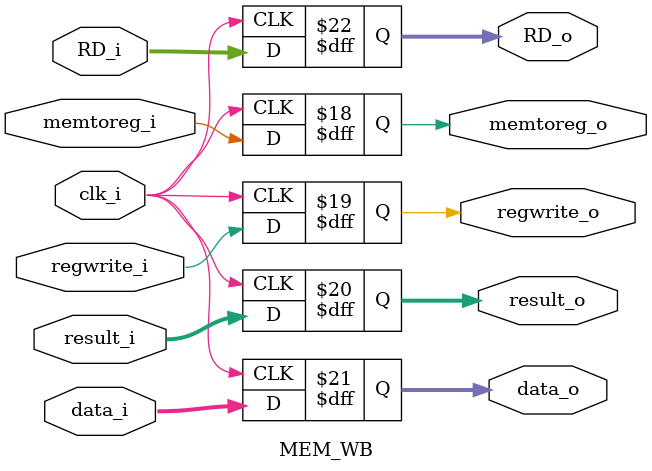
<source format=v>
module MEM_WB
(
    clk_i,
    memtoreg_i,
    regwrite_i,
    data_i,
    result_i,
    RD_i,
    memtoreg_o,
    regwrite_o,
    data_o,
    result_o,
    RD_o,
);

input				clk_i;
input				memtoreg_i;
input				regwrite_i;
input [31:0]		result_i;
input [31:0]		data_i;
input [4:0]			RD_i;

output reg			memtoreg_o = 1'b0;
output reg			regwrite_o = 1'b0;
output reg [31:0]	result_o = 32'b0;
output reg [31:0]	data_o = 32'b0;
output reg [4:0]	RD_o = 5'b0;

always@(posedge clk_i) begin
    memtoreg_o <= memtoreg_i;
	if(regwrite_i == 1'b1 || regwrite_i == 1'b0) begin
		regwrite_o	<= regwrite_i;
		RD_o		<= RD_i;
		data_o		<= data_i;
		result_o	<= result_i;
	end
end
endmodule

</source>
